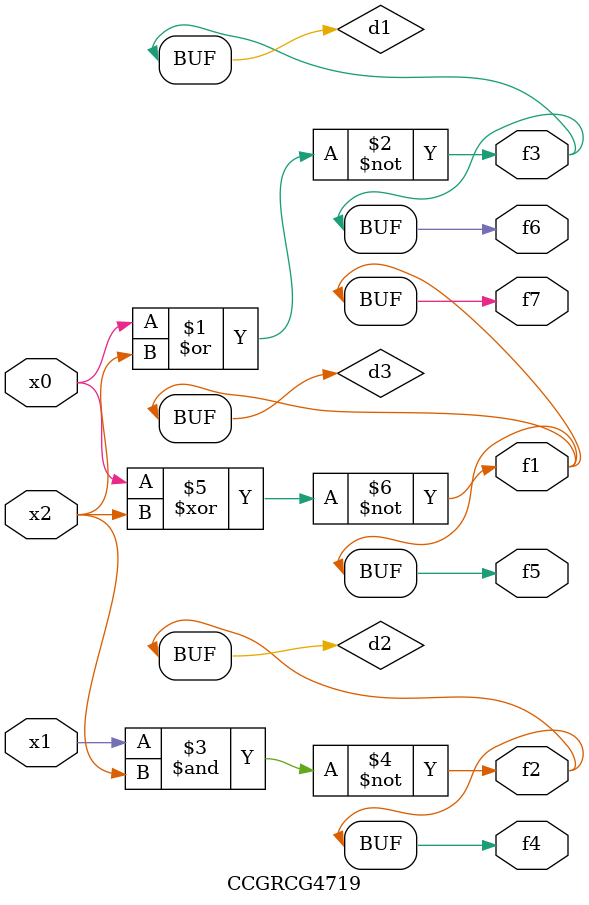
<source format=v>
module CCGRCG4719(
	input x0, x1, x2,
	output f1, f2, f3, f4, f5, f6, f7
);

	wire d1, d2, d3;

	nor (d1, x0, x2);
	nand (d2, x1, x2);
	xnor (d3, x0, x2);
	assign f1 = d3;
	assign f2 = d2;
	assign f3 = d1;
	assign f4 = d2;
	assign f5 = d3;
	assign f6 = d1;
	assign f7 = d3;
endmodule

</source>
